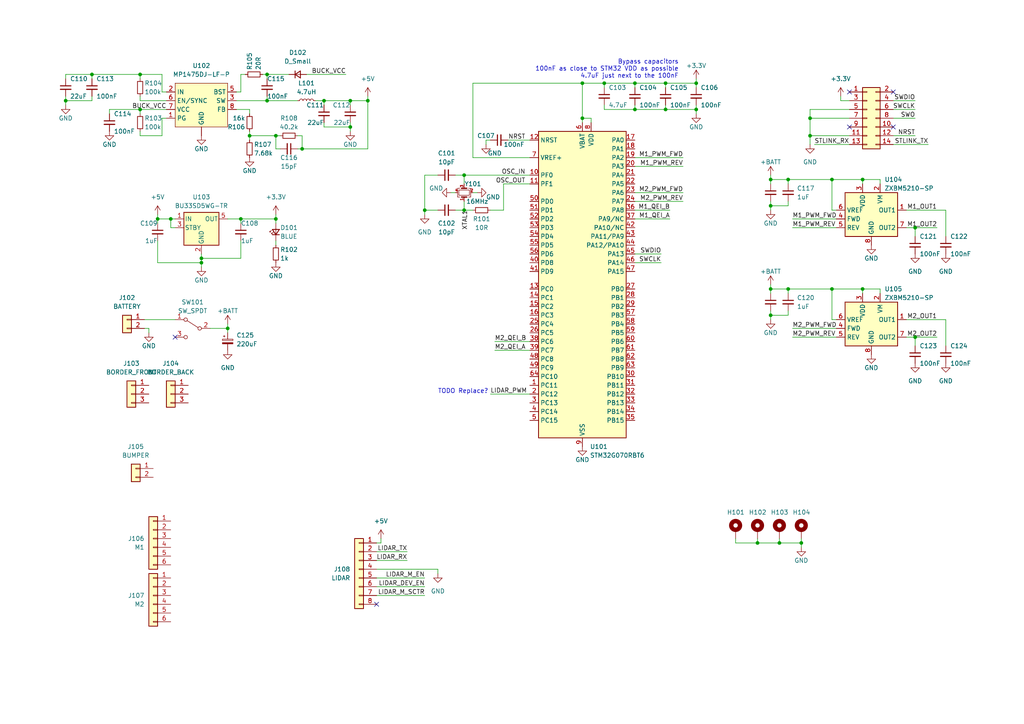
<source format=kicad_sch>
(kicad_sch (version 20230121) (generator eeschema)
  (paper "A4")
  (lib_symbols
    (symbol "Connector_Generic:Conn_01x02" (pin_names (offset 1.016) hide)
      (property "Reference" "J" (at 0 2.54 0))
      (property "Value" "Conn_01x02" (at 0 -5.08 0))
      (symbol "Conn_01x02_1_1"
        (pin passive line (at -5.08 0 0) (length 3.81) (name "Pin_1") (number "1"))
        (pin passive line (at -5.08 -2.54 0) (length 3.81) (name "Pin_2") (number "2"))
      )
    )
    (symbol "Connector_Generic:Conn_01x03" (pin_names (offset 1.016) hide)
      (property "Reference" "J" (at 0 5.08 0))
      (property "Value" "Conn_01x03" (at 0 -5.08 0))
      (symbol "Conn_01x03_1_1"
        (pin passive line (at -5.08 2.54 0) (length 3.81) (name "Pin_1") (number "1"))
        (pin passive line (at -5.08 0 0) (length 3.81) (name "Pin_2") (number "2"))
        (pin passive line (at -5.08 -2.54 0) (length 3.81) (name "Pin_3") (number "3"))
      )
    )
    (symbol "Connector_Generic:Conn_01x06" (pin_names (offset 1.016) hide)
      (property "Reference" "J" (at 0 7.62 0))
      (property "Value" "Conn_01x06" (at 0 -10.16 0))
      (symbol "Conn_01x06_1_1"
        (pin passive line (at -5.08 5.08 0) (length 3.81) (name "Pin_1") (number "1"))
        (pin passive line (at -5.08 2.54 0) (length 3.81) (name "Pin_2") (number "2"))
        (pin passive line (at -5.08 0 0) (length 3.81) (name "Pin_3") (number "3"))
        (pin passive line (at -5.08 -2.54 0) (length 3.81) (name "Pin_4") (number "4"))
        (pin passive line (at -5.08 -5.08 0) (length 3.81) (name "Pin_5") (number "5"))
        (pin passive line (at -5.08 -7.62 0) (length 3.81) (name "Pin_6") (number "6"))
      )
    )
    (symbol "Connector_Generic:Conn_01x08" (pin_names (offset 1.016) hide)
      (property "Reference" "J" (at 0 10.16 0))
      (property "Value" "Conn_01x08" (at 0 -12.7 0))
      (symbol "Conn_01x08_1_1"
        (pin passive line (at -5.08 7.62 0) (length 3.81) (name "Pin_1") (number "1"))
        (pin passive line (at -5.08 5.08 0) (length 3.81) (name "Pin_2") (number "2"))
        (pin passive line (at -5.08 2.54 0) (length 3.81) (name "Pin_3") (number "3"))
        (pin passive line (at -5.08 0 0) (length 3.81) (name "Pin_4") (number "4"))
        (pin passive line (at -5.08 -2.54 0) (length 3.81) (name "Pin_5") (number "5"))
        (pin passive line (at -5.08 -5.08 0) (length 3.81) (name "Pin_6") (number "6"))
        (pin passive line (at -5.08 -7.62 0) (length 3.81) (name "Pin_7") (number "7"))
        (pin passive line (at -5.08 -10.16 0) (length 3.81) (name "Pin_8") (number "8"))
      )
    )
    (symbol "Connector_Generic:Conn_02x07_Odd_Even" (pin_names (offset 1.016) hide)
      (property "Reference" "J" (at 1.27 10.16 0))
      (property "Value" "Conn_02x07_Odd_Even" (at 1.27 -10.16 0))
      (symbol "Conn_02x07_Odd_Even_1_1"
        (pin passive line (at -5.08 7.62 0) (length 3.81) (name "Pin_1") (number "1"))
        (pin passive line (at 7.62 -2.54 180) (length 3.81) (name "Pin_10") (number "10"))
        (pin passive line (at -5.08 -5.08 0) (length 3.81) (name "Pin_11") (number "11"))
        (pin passive line (at 7.62 -5.08 180) (length 3.81) (name "Pin_12") (number "12"))
        (pin passive line (at -5.08 -7.62 0) (length 3.81) (name "Pin_13") (number "13"))
        (pin passive line (at 7.62 -7.62 180) (length 3.81) (name "Pin_14") (number "14"))
        (pin passive line (at 7.62 7.62 180) (length 3.81) (name "Pin_2") (number "2"))
        (pin passive line (at -5.08 5.08 0) (length 3.81) (name "Pin_3") (number "3"))
        (pin passive line (at 7.62 5.08 180) (length 3.81) (name "Pin_4") (number "4"))
        (pin passive line (at -5.08 2.54 0) (length 3.81) (name "Pin_5") (number "5"))
        (pin passive line (at 7.62 2.54 180) (length 3.81) (name "Pin_6") (number "6"))
        (pin passive line (at -5.08 0 0) (length 3.81) (name "Pin_7") (number "7"))
        (pin passive line (at 7.62 0 180) (length 3.81) (name "Pin_8") (number "8"))
        (pin passive line (at -5.08 -2.54 0) (length 3.81) (name "Pin_9") (number "9"))
      )
    )
    (symbol "Device:C_Polarized_Small" (pin_numbers hide) (pin_names (offset 0.254) hide)
      (property "Reference" "C" (at 0.254 1.778 0))
      (property "Value" "C_Polarized_Small" (at 0.254 -2.032 0))
      (symbol "C_Polarized_Small_1_1"
        (pin passive line (at 0 2.54 270) (length 1.8542) (name "~") (number "1"))
        (pin passive line (at 0 -2.54 90) (length 1.8542) (name "~") (number "2"))
      )
    )
    (symbol "Device:C_Small" (pin_numbers hide) (pin_names (offset 0.254) hide)
      (property "Reference" "C" (at 0.254 1.778 0))
      (property "Value" "C_Small" (at 0.254 -2.032 0))
      (symbol "C_Small_1_1"
        (pin passive line (at 0 2.54 270) (length 2.032) (name "~") (number "1"))
        (pin passive line (at 0 -2.54 90) (length 2.032) (name "~") (number "2"))
      )
    )
    (symbol "Device:Crystal_GND24_Small" (pin_names (offset 1.016) hide)
      (property "Reference" "Y" (at 1.27 4.445 0))
      (property "Value" "Crystal_GND24_Small" (at 1.27 2.54 0))
      (symbol "Crystal_GND24_Small_1_1"
        (pin passive line (at -2.54 0 0) (length 1.27) (name "1") (number "1"))
        (pin passive line (at 0 -2.54 90) (length 0.635) (name "2") (number "2"))
        (pin passive line (at 2.54 0 180) (length 1.27) (name "3") (number "3"))
        (pin passive line (at 0 2.54 270) (length 0.635) (name "4") (number "4"))
      )
    )
    (symbol "Device:D_Small" (pin_numbers hide) (pin_names (offset 0.254) hide)
      (property "Reference" "D" (at -1.27 2.032 0))
      (property "Value" "D_Small" (at -3.81 -2.032 0))
      (symbol "D_Small_1_1"
        (pin passive line (at -2.54 0 0) (length 1.778) (name "K") (number "1"))
        (pin passive line (at 2.54 0 180) (length 1.778) (name "A") (number "2"))
      )
    )
    (symbol "Device:LED_Small" (pin_numbers hide) (pin_names (offset 0.254) hide)
      (property "Reference" "D" (at -1.27 3.175 0))
      (property "Value" "LED_Small" (at -4.445 -2.54 0))
      (symbol "LED_Small_1_1"
        (pin passive line (at -2.54 0 0) (length 1.778) (name "K") (number "1"))
        (pin passive line (at 2.54 0 180) (length 1.778) (name "A") (number "2"))
      )
    )
    (symbol "Device:L_Small" (pin_numbers hide) (pin_names (offset 0.254) hide)
      (property "Reference" "L" (at 0.762 1.016 0))
      (property "Value" "L_Small" (at 0.762 -1.016 0))
      (symbol "L_Small_1_1"
        (pin passive line (at 0 2.54 270) (length 0.508) (name "~") (number "1"))
        (pin passive line (at 0 -2.54 90) (length 0.508) (name "~") (number "2"))
      )
    )
    (symbol "Device:R_Small" (pin_numbers hide) (pin_names (offset 0.254) hide)
      (property "Reference" "R" (at 0.762 0.508 0))
      (property "Value" "R_Small" (at 0.762 -1.016 0))
      (symbol "R_Small_1_1"
        (pin passive line (at 0 2.54 270) (length 0.762) (name "~") (number "1"))
        (pin passive line (at 0 -2.54 90) (length 0.762) (name "~") (number "2"))
      )
    )
    (symbol "Driver_Motor:ZXBM5210-SP"
      (property "Reference" "U" (at -7.62 8.89 0))
      (property "Value" "ZXBM5210-SP" (at 10.16 8.89 0))
      (symbol "ZXBM5210-SP_0_0"
        (pin output line (at 10.16 2.54 180) (length 2.54) (name "OUT1") (number "1"))
        (pin power_in line (at 2.54 10.16 270) (length 2.54) (name "VM") (number "2"))
        (pin power_in line (at -2.54 10.16 270) (length 2.54) (name "VDD") (number "3"))
        (pin input line (at -10.16 0 0) (length 2.54) (name "FWD") (number "4"))
        (pin input line (at -10.16 -2.54 0) (length 2.54) (name "REV") (number "5"))
        (pin input line (at -10.16 2.54 0) (length 2.54) (name "VREF") (number "6"))
        (pin output line (at 10.16 -2.54 180) (length 2.54) (name "OUT2") (number "7"))
        (pin power_in line (at 0 -7.62 90) (length 2.54) (name "GND") (number "8"))
        (pin passive line (at 0 -7.62 90) (length 2.54) hide (name "GND") (number "9"))
      )
    )
    (symbol "GND_1" (power) (pin_names (offset 0))
      (property "Value" "GND_1" (at 0 -3.81 0))
      (symbol "GND_1_1_1"
        (pin power_in line (at 0 0 270) (length 0) hide (name "GND") (number "1"))
      )
    )
    (symbol "GND_10" (power) (pin_names (offset 0))
      (property "Value" "GND_10" (at 0 -3.81 0))
      (symbol "GND_10_1_1"
        (pin power_in line (at 0 0 270) (length 0) hide (name "GND") (number "1"))
      )
    )
    (symbol "GND_11" (power) (pin_names (offset 0))
      (property "Value" "GND_11" (at 0 -3.81 0))
      (symbol "GND_11_1_1"
        (pin power_in line (at 0 0 270) (length 0) hide (name "GND") (number "1"))
      )
    )
    (symbol "GND_12" (power) (pin_names (offset 0))
      (property "Value" "GND_12" (at 0 -3.81 0))
      (symbol "GND_12_1_1"
        (pin power_in line (at 0 0 270) (length 0) hide (name "GND") (number "1"))
      )
    )
    (symbol "GND_13" (power) (pin_names (offset 0))
      (property "Value" "GND_13" (at 0 -3.81 0))
      (symbol "GND_13_1_1"
        (pin power_in line (at 0 0 270) (length 0) hide (name "GND") (number "1"))
      )
    )
    (symbol "GND_14" (power) (pin_names (offset 0))
      (property "Value" "GND_14" (at 0 -3.81 0))
      (symbol "GND_14_1_1"
        (pin power_in line (at 0 0 270) (length 0) hide (name "GND") (number "1"))
      )
    )
    (symbol "GND_2" (power) (pin_names (offset 0))
      (property "Value" "GND_2" (at 0 -3.81 0))
      (symbol "GND_2_1_1"
        (pin power_in line (at 0 0 270) (length 0) hide (name "GND") (number "1"))
      )
    )
    (symbol "GND_3" (power) (pin_names (offset 0))
      (property "Value" "GND_3" (at 0 -3.81 0))
      (symbol "GND_3_1_1"
        (pin power_in line (at 0 0 270) (length 0) hide (name "GND") (number "1"))
      )
    )
    (symbol "GND_4" (power) (pin_names (offset 0))
      (property "Value" "GND_4" (at 0 -3.81 0))
      (symbol "GND_4_1_1"
        (pin power_in line (at 0 0 270) (length 0) hide (name "GND") (number "1"))
      )
    )
    (symbol "GND_5" (power) (pin_names (offset 0))
      (property "Value" "GND_5" (at 0 -3.81 0))
      (symbol "GND_5_1_1"
        (pin power_in line (at 0 0 270) (length 0) hide (name "GND") (number "1"))
      )
    )
    (symbol "GND_6" (power) (pin_names (offset 0))
      (property "Value" "GND_6" (at 0 -3.81 0))
      (symbol "GND_6_1_1"
        (pin power_in line (at 0 0 270) (length 0) hide (name "GND") (number "1"))
      )
    )
    (symbol "GND_7" (power) (pin_names (offset 0))
      (property "Value" "GND_7" (at 0 -3.81 0))
      (symbol "GND_7_1_1"
        (pin power_in line (at 0 0 270) (length 0) hide (name "GND") (number "1"))
      )
    )
    (symbol "GND_8" (power) (pin_names (offset 0))
      (property "Value" "GND_8" (at 0 -3.81 0))
      (symbol "GND_8_1_1"
        (pin power_in line (at 0 0 270) (length 0) hide (name "GND") (number "1"))
      )
    )
    (symbol "GND_9" (power) (pin_names (offset 0))
      (property "Value" "GND_9" (at 0 -3.81 0))
      (symbol "GND_9_1_1"
        (pin power_in line (at 0 0 270) (length 0) hide (name "GND") (number "1"))
      )
    )
    (symbol "MCU_ST_STM32G0:STM32G070RBTx"
      (property "Reference" "U" (at -12.7 46.99 0))
      (property "Value" "STM32G070RBTx" (at 5.08 46.99 0))
      (symbol "STM32G070RBTx_1_1"
        (pin bidirectional line (at -15.24 -27.94 0) (length 2.54) (name "PC11") (number "1"))
        (pin bidirectional line (at -15.24 33.02 0) (length 2.54) (name "PF0") (number "10"))
        (pin bidirectional line (at -15.24 30.48 0) (length 2.54) (name "PF1") (number "11"))
        (pin input line (at -15.24 43.18 0) (length 2.54) (name "NRST") (number "12"))
        (pin bidirectional line (at -15.24 0 0) (length 2.54) (name "PC0") (number "13"))
        (pin bidirectional line (at -15.24 -2.54 0) (length 2.54) (name "PC1") (number "14"))
        (pin bidirectional line (at -15.24 -5.08 0) (length 2.54) (name "PC2") (number "15"))
        (pin bidirectional line (at -15.24 -7.62 0) (length 2.54) (name "PC3") (number "16"))
        (pin bidirectional line (at 15.24 43.18 180) (length 2.54) (name "PA0") (number "17"))
        (pin bidirectional line (at 15.24 40.64 180) (length 2.54) (name "PA1") (number "18"))
        (pin bidirectional line (at 15.24 38.1 180) (length 2.54) (name "PA2") (number "19"))
        (pin bidirectional line (at -15.24 -30.48 0) (length 2.54) (name "PC12") (number "2"))
        (pin bidirectional line (at 15.24 35.56 180) (length 2.54) (name "PA3") (number "20"))
        (pin bidirectional line (at 15.24 33.02 180) (length 2.54) (name "PA4") (number "21"))
        (pin bidirectional line (at 15.24 30.48 180) (length 2.54) (name "PA5") (number "22"))
        (pin bidirectional line (at 15.24 27.94 180) (length 2.54) (name "PA6") (number "23"))
        (pin bidirectional line (at 15.24 25.4 180) (length 2.54) (name "PA7") (number "24"))
        (pin bidirectional line (at -15.24 -10.16 0) (length 2.54) (name "PC4") (number "25"))
        (pin bidirectional line (at -15.24 -12.7 0) (length 2.54) (name "PC5") (number "26"))
        (pin bidirectional line (at 15.24 0 180) (length 2.54) (name "PB0") (number "27"))
        (pin bidirectional line (at 15.24 -2.54 180) (length 2.54) (name "PB1") (number "28"))
        (pin bidirectional line (at 15.24 -5.08 180) (length 2.54) (name "PB2") (number "29"))
        (pin bidirectional line (at -15.24 -33.02 0) (length 2.54) (name "PC13") (number "3"))
        (pin bidirectional line (at 15.24 -25.4 180) (length 2.54) (name "PB10") (number "30"))
        (pin bidirectional line (at 15.24 -27.94 180) (length 2.54) (name "PB11") (number "31"))
        (pin bidirectional line (at 15.24 -30.48 180) (length 2.54) (name "PB12") (number "32"))
        (pin bidirectional line (at 15.24 -33.02 180) (length 2.54) (name "PB13") (number "33"))
        (pin bidirectional line (at 15.24 -35.56 180) (length 2.54) (name "PB14") (number "34"))
        (pin bidirectional line (at 15.24 -38.1 180) (length 2.54) (name "PB15") (number "35"))
        (pin bidirectional line (at 15.24 22.86 180) (length 2.54) (name "PA8") (number "36"))
        (pin bidirectional line (at 15.24 20.32 180) (length 2.54) (name "PA9/NC") (number "37"))
        (pin bidirectional line (at -15.24 -15.24 0) (length 2.54) (name "PC6") (number "38"))
        (pin bidirectional line (at -15.24 -17.78 0) (length 2.54) (name "PC7") (number "39"))
        (pin bidirectional line (at -15.24 -35.56 0) (length 2.54) (name "PC14") (number "4"))
        (pin bidirectional line (at -15.24 7.62 0) (length 2.54) (name "PD8") (number "40"))
        (pin bidirectional line (at -15.24 5.08 0) (length 2.54) (name "PD9") (number "41"))
        (pin bidirectional line (at 15.24 17.78 180) (length 2.54) (name "PA10/NC") (number "42"))
        (pin bidirectional line (at 15.24 15.24 180) (length 2.54) (name "PA11/PA9") (number "43"))
        (pin bidirectional line (at 15.24 12.7 180) (length 2.54) (name "PA12/PA10") (number "44"))
        (pin bidirectional line (at 15.24 10.16 180) (length 2.54) (name "PA13") (number "45"))
        (pin bidirectional line (at 15.24 7.62 180) (length 2.54) (name "PA14") (number "46"))
        (pin bidirectional line (at 15.24 5.08 180) (length 2.54) (name "PA15") (number "47"))
        (pin bidirectional line (at -15.24 -20.32 0) (length 2.54) (name "PC8") (number "48"))
        (pin bidirectional line (at -15.24 -22.86 0) (length 2.54) (name "PC9") (number "49"))
        (pin bidirectional line (at -15.24 -38.1 0) (length 2.54) (name "PC15") (number "5"))
        (pin bidirectional line (at -15.24 25.4 0) (length 2.54) (name "PD0") (number "50"))
        (pin bidirectional line (at -15.24 22.86 0) (length 2.54) (name "PD1") (number "51"))
        (pin bidirectional line (at -15.24 20.32 0) (length 2.54) (name "PD2") (number "52"))
        (pin bidirectional line (at -15.24 17.78 0) (length 2.54) (name "PD3") (number "53"))
        (pin bidirectional line (at -15.24 15.24 0) (length 2.54) (name "PD4") (number "54"))
        (pin bidirectional line (at -15.24 12.7 0) (length 2.54) (name "PD5") (number "55"))
        (pin bidirectional line (at -15.24 10.16 0) (length 2.54) (name "PD6") (number "56"))
        (pin bidirectional line (at 15.24 -7.62 180) (length 2.54) (name "PB3") (number "57"))
        (pin bidirectional line (at 15.24 -10.16 180) (length 2.54) (name "PB4") (number "58"))
        (pin bidirectional line (at 15.24 -12.7 180) (length 2.54) (name "PB5") (number "59"))
        (pin power_in line (at 0 48.26 270) (length 2.54) (name "VBAT") (number "6"))
        (pin bidirectional line (at 15.24 -15.24 180) (length 2.54) (name "PB6") (number "60"))
        (pin bidirectional line (at 15.24 -17.78 180) (length 2.54) (name "PB7") (number "61"))
        (pin bidirectional line (at 15.24 -20.32 180) (length 2.54) (name "PB8") (number "62"))
        (pin bidirectional line (at 15.24 -22.86 180) (length 2.54) (name "PB9") (number "63"))
        (pin bidirectional line (at -15.24 -25.4 0) (length 2.54) (name "PC10") (number "64"))
        (pin input line (at -15.24 38.1 0) (length 2.54) (name "VREF+") (number "7"))
        (pin power_in line (at 2.54 48.26 270) (length 2.54) (name "VDD") (number "8"))
        (pin power_in line (at 0 -45.72 90) (length 2.54) (name "VSS") (number "9"))
      )
    )
    (symbol "Mechanical:MountingHole_Pad" (pin_numbers hide) (pin_names (offset 1.016) hide)
      (property "Reference" "H" (at 0 6.35 0))
      (property "Value" "MountingHole_Pad" (at 0 4.445 0))
      (symbol "MountingHole_Pad_1_1"
        (pin input line (at 0 -2.54 90) (length 2.54) (name "1") (number "1"))
      )
    )
    (symbol "Switch:SW_SPDT" (pin_names (offset 0) hide)
      (property "Reference" "SW" (at 0 4.318 0))
      (property "Value" "SW_SPDT" (at 0 -5.08 0))
      (symbol "SW_SPDT_1_1"
        (pin passive line (at 5.08 2.54 180) (length 2.54) (name "A") (number "1"))
        (pin passive line (at -5.08 0 0) (length 2.54) (name "B") (number "2"))
        (pin passive line (at 5.08 -2.54 180) (length 2.54) (name "C") (number "3"))
      )
    )
    (symbol "WITNS_MPS:MP1475"
      (property "Reference" "U" (at 0 11.43 0))
      (property "Value" "MP1475" (at 0 8.89 0))
      (symbol "MP1475_1_1"
        (pin power_in line (at 0 -8.89 90) (length 2.54) (name "GND") (number ""))
        (pin output line (at -10.16 -3.81 0) (length 2.54) (name "PG") (number "1"))
        (pin power_in line (at -10.16 3.81 0) (length 2.54) (name "IN") (number "2"))
        (pin power_out line (at 10.16 1.27 180) (length 2.54) (name "SW") (number "3"))
        (pin passive line (at 10.16 3.81 180) (length 2.54) (name "BST") (number "5"))
        (pin input line (at -10.16 1.27 0) (length 2.54) (name "EN/SYNC") (number "6"))
        (pin input line (at -10.16 -1.27 0) (length 2.54) (name "VCC") (number "7"))
        (pin input line (at 10.16 -1.27 180) (length 2.54) (name "FB") (number "8"))
      )
    )
    (symbol "WITNS_ROHM:BU33SD5WG-TR" (pin_names (offset 0.254))
      (property "Reference" "U?" (at 0 10.16 0))
      (property "Value" "BU33SD5WG-TR" (at 0 7.62 0))
      (symbol "BU33SD5WG-TR_1_1"
        (pin power_in line (at -7.62 2.54 0) (length 2.54) (name "IN") (number "1"))
        (pin power_in line (at 0 -7.62 90) (length 2.54) (name "GND") (number "2"))
        (pin input line (at -7.62 0 0) (length 2.54) (name "STBY") (number "3"))
        (pin no_connect line (at 5.08 0 180) (length 2.54) hide (name "NC") (number "4"))
        (pin power_out line (at 7.62 2.54 180) (length 2.54) (name "OUT") (number "5"))
      )
    )
    (symbol "power:+3.3V" (power) (pin_names (offset 0))
      (property "Value" "+3.3V" (at 0 3.556 0))
      (symbol "+3.3V_1_1"
        (pin power_in line (at 0 0 90) (length 0) hide (name "+3.3V") (number "1"))
      )
    )
    (symbol "power:+5V" (power) (pin_names (offset 0))
      (property "Value" "+5V" (at 0 3.556 0))
      (symbol "+5V_1_1"
        (pin power_in line (at 0 0 90) (length 0) hide (name "+5V") (number "1"))
      )
    )
    (symbol "power:+BATT" (power) (pin_names (offset 0))
      (property "Value" "+BATT" (at 0 3.556 0))
      (symbol "+BATT_1_1"
        (pin power_in line (at 0 0 90) (length 0) hide (name "+BATT") (number "1"))
      )
    )
    (symbol "power:GND" (power) (pin_names (offset 0))
      (property "Value" "GND" (at 0 -3.81 0))
      (symbol "GND_1_1"
        (pin power_in line (at 0 0 270) (length 0) hide (name "GND") (number "1"))
      )
    )
  )
  (junction (at 184.15 31.75))
  (junction (at 80.01 63.5))
  (junction (at 223.52 91.44))
  (junction (at 69.85 63.5))
  (junction (at 45.72 63.5))
  (junction (at 93.98 29.21))
  (junction (at 193.04 31.75))
  (junction (at 72.39 39.37))
  (junction (at 58.42 76.2))
  (junction (at 201.93 24.13))
  (junction (at 193.04 24.13))
  (junction (at 19.05 29.21))
  (junction (at 58.42 74.93))
  (junction (at 49.53 63.5))
  (junction (at 77.47 21.59))
  (junction (at 134.62 60.96))
  (junction (at 219.71 157.48))
  (junction (at 250.19 83.82))
  (junction (at 201.93 31.75))
  (junction (at 241.3 83.82))
  (junction (at 101.6 29.21))
  (junction (at 223.52 52.07))
  (junction (at 40.64 21.59))
  (junction (at 106.68 29.21))
  (junction (at 250.19 52.07))
  (junction (at 234.95 39.37))
  (junction (at 228.6 52.07))
  (junction (at 226.06 157.48))
  (junction (at 223.52 59.69))
  (junction (at 87.63 43.18))
  (junction (at 232.41 157.48))
  (junction (at 40.64 31.75))
  (junction (at 228.6 83.82))
  (junction (at 66.04 95.25))
  (junction (at 134.62 50.8))
  (junction (at 265.43 97.79))
  (junction (at 168.91 24.13))
  (junction (at 184.15 24.13))
  (junction (at 265.43 66.04))
  (junction (at 26.67 21.59))
  (junction (at 241.3 52.07))
  (junction (at 101.6 36.83))
  (junction (at 168.91 34.29))
  (junction (at 77.47 29.21))
  (junction (at 234.95 34.29))
  (junction (at 80.01 39.37))
  (junction (at 223.52 83.82))
  (junction (at 123.19 60.96))
  (junction (at 175.26 24.13))
  (no_connect (at 109.22 175.26))
  (no_connect (at 259.08 26.67))
  (no_connect (at 259.08 36.83))
  (no_connect (at 50.8 97.79))
  (no_connect (at 246.38 36.83))
  (no_connect (at 246.38 26.67))
  (wire (pts (xy 219.71 157.48) (xy 213.36 157.48)))
  (wire (pts (xy 69.85 26.67) (xy 69.85 21.59)))
  (wire (pts (xy 241.3 92.71) (xy 241.3 83.82)))
  (wire (pts (xy 201.93 31.75) (xy 193.04 31.75)))
  (wire (pts (xy 259.08 41.91) (xy 269.24 41.91)))
  (wire (pts (xy 223.52 52.07) (xy 228.6 52.07)))
  (wire (pts (xy 123.19 60.96) (xy 127 60.96)))
  (wire (pts (xy 171.45 34.29) (xy 168.91 34.29)))
  (wire (pts (xy 88.9 21.59) (xy 100.33 21.59)))
  (wire (pts (xy 226.06 157.48) (xy 219.71 157.48)))
  (wire (pts (xy 69.85 74.93) (xy 69.85 69.85)))
  (wire (pts (xy 175.26 24.13) (xy 168.91 24.13)))
  (wire (pts (xy 228.6 83.82) (xy 241.3 83.82)))
  (wire (pts (xy 72.39 39.37) (xy 72.39 40.64)))
  (wire (pts (xy 60.96 95.25) (xy 66.04 95.25)))
  (wire (pts (xy 274.32 100.33) (xy 274.32 92.71)))
  (wire (pts (xy 40.64 31.75) (xy 40.64 33.02)))
  (wire (pts (xy 229.87 95.25) (xy 242.57 95.25)))
  (wire (pts (xy 58.42 76.2) (xy 45.72 76.2)))
  (wire (pts (xy 46.99 21.59) (xy 40.64 21.59)))
  (wire (pts (xy 69.85 63.5) (xy 66.04 63.5)))
  (wire (pts (xy 223.52 59.69) (xy 228.6 59.69)))
  (wire (pts (xy 241.3 83.82) (xy 250.19 83.82)))
  (wire (pts (xy 140.97 40.64) (xy 142.24 40.64)))
  (wire (pts (xy 229.87 97.79) (xy 242.57 97.79)))
  (wire (pts (xy 193.04 24.13) (xy 193.04 25.4)))
  (wire (pts (xy 46.99 39.37) (xy 46.99 34.29)))
  (wire (pts (xy 184.15 24.13) (xy 193.04 24.13)))
  (wire (pts (xy 265.43 97.79) (xy 271.78 97.79)))
  (wire (pts (xy 242.57 60.96) (xy 241.3 60.96)))
  (wire (pts (xy 168.91 34.29) (xy 168.91 35.56)))
  (wire (pts (xy 229.87 63.5) (xy 242.57 63.5)))
  (wire (pts (xy 234.95 39.37) (xy 234.95 41.91)))
  (wire (pts (xy 184.15 24.13) (xy 184.15 25.4)))
  (wire (pts (xy 48.26 31.75) (xy 40.64 31.75)))
  (wire (pts (xy 87.63 43.18) (xy 86.36 43.18)))
  (wire (pts (xy 19.05 29.21) (xy 26.67 29.21)))
  (wire (pts (xy 40.64 39.37) (xy 46.99 39.37)))
  (wire (pts (xy 19.05 27.94) (xy 19.05 29.21)))
  (wire (pts (xy 26.67 21.59) (xy 26.67 22.86)))
  (wire (pts (xy 219.71 157.48) (xy 219.71 156.21)))
  (wire (pts (xy 262.89 66.04) (xy 265.43 66.04)))
  (wire (pts (xy 143.51 101.6) (xy 153.67 101.6)))
  (wire (pts (xy 259.08 34.29) (xy 265.43 34.29)))
  (wire (pts (xy 132.08 50.8) (xy 134.62 50.8)))
  (wire (pts (xy 228.6 59.69) (xy 228.6 58.42)))
  (wire (pts (xy 234.95 31.75) (xy 246.38 31.75)))
  (wire (pts (xy 274.32 68.58) (xy 274.32 60.96)))
  (wire (pts (xy 184.15 60.96) (xy 194.31 60.96)))
  (wire (pts (xy 229.87 66.04) (xy 242.57 66.04)))
  (wire (pts (xy 234.95 39.37) (xy 246.38 39.37)))
  (wire (pts (xy 86.36 39.37) (xy 87.63 39.37)))
  (wire (pts (xy 255.27 52.07) (xy 255.27 53.34)))
  (wire (pts (xy 77.47 21.59) (xy 77.47 22.86)))
  (wire (pts (xy 40.64 29.21) (xy 40.64 27.94)))
  (wire (pts (xy 201.93 22.86) (xy 201.93 24.13)))
  (wire (pts (xy 184.15 76.2) (xy 191.77 76.2)))
  (wire (pts (xy 234.95 34.29) (xy 246.38 34.29)))
  (wire (pts (xy 101.6 29.21) (xy 93.98 29.21)))
  (wire (pts (xy 232.41 156.21) (xy 232.41 157.48)))
  (wire (pts (xy 228.6 91.44) (xy 228.6 90.17)))
  (wire (pts (xy 101.6 30.48) (xy 101.6 29.21)))
  (wire (pts (xy 80.01 69.85) (xy 80.01 71.12)))
  (wire (pts (xy 250.19 83.82) (xy 250.19 85.09)))
  (wire (pts (xy 274.32 92.71) (xy 262.89 92.71)))
  (wire (pts (xy 40.64 21.59) (xy 40.64 22.86)))
  (wire (pts (xy 146.05 53.34) (xy 153.67 53.34)))
  (wire (pts (xy 80.01 43.18) (xy 80.01 39.37)))
  (wire (pts (xy 43.18 95.25) (xy 41.91 95.25)))
  (wire (pts (xy 110.49 157.48) (xy 109.22 157.48)))
  (wire (pts (xy 259.08 31.75) (xy 265.43 31.75)))
  (wire (pts (xy 134.62 53.34) (xy 134.62 50.8)))
  (wire (pts (xy 146.05 53.34) (xy 146.05 60.96)))
  (wire (pts (xy 41.91 92.71) (xy 50.8 92.71)))
  (wire (pts (xy 68.58 29.21) (xy 77.47 29.21)))
  (wire (pts (xy 40.64 31.75) (xy 31.75 31.75)))
  (wire (pts (xy 223.52 52.07) (xy 223.52 53.34)))
  (wire (pts (xy 106.68 29.21) (xy 101.6 29.21)))
  (wire (pts (xy 48.26 29.21) (xy 40.64 29.21)))
  (wire (pts (xy 50.8 63.5) (xy 49.53 63.5)))
  (wire (pts (xy 26.67 29.21) (xy 26.67 27.94)))
  (wire (pts (xy 234.95 34.29) (xy 234.95 39.37)))
  (wire (pts (xy 109.22 167.64) (xy 123.19 167.64)))
  (wire (pts (xy 106.68 43.18) (xy 106.68 29.21)))
  (wire (pts (xy 45.72 62.23) (xy 45.72 63.5)))
  (wire (pts (xy 46.99 26.67) (xy 46.99 21.59)))
  (wire (pts (xy 127 166.37) (xy 127 165.1)))
  (wire (pts (xy 19.05 29.21) (xy 19.05 30.48)))
  (wire (pts (xy 123.19 50.8) (xy 123.19 60.96)))
  (wire (pts (xy 81.28 43.18) (xy 80.01 43.18)))
  (wire (pts (xy 58.42 73.66) (xy 58.42 74.93)))
  (wire (pts (xy 184.15 31.75) (xy 193.04 31.75)))
  (wire (pts (xy 77.47 27.94) (xy 77.47 29.21)))
  (wire (pts (xy 69.85 63.5) (xy 80.01 63.5)))
  (wire (pts (xy 201.93 24.13) (xy 201.93 25.4)))
  (wire (pts (xy 77.47 29.21) (xy 86.36 29.21)))
  (wire (pts (xy 242.57 92.71) (xy 241.3 92.71)))
  (wire (pts (xy 265.43 66.04) (xy 265.43 68.58)))
  (wire (pts (xy 223.52 82.55) (xy 223.52 83.82)))
  (wire (pts (xy 250.19 52.07) (xy 250.19 53.34)))
  (wire (pts (xy 184.15 30.48) (xy 184.15 31.75)))
  (wire (pts (xy 72.39 31.75) (xy 72.39 33.02)))
  (wire (pts (xy 137.16 24.13) (xy 168.91 24.13)))
  (wire (pts (xy 66.04 95.25) (xy 66.04 93.98)))
  (wire (pts (xy 123.19 60.96) (xy 123.19 62.23)))
  (wire (pts (xy 137.16 45.72) (xy 137.16 24.13)))
  (wire (pts (xy 106.68 27.94) (xy 106.68 29.21)))
  (wire (pts (xy 250.19 52.07) (xy 255.27 52.07)))
  (wire (pts (xy 262.89 97.79) (xy 265.43 97.79)))
  (wire (pts (xy 109.22 172.72) (xy 123.19 172.72)))
  (wire (pts (xy 193.04 24.13) (xy 201.93 24.13)))
  (wire (pts (xy 213.36 157.48) (xy 213.36 156.21)))
  (wire (pts (xy 168.91 24.13) (xy 168.91 34.29)))
  (wire (pts (xy 40.64 38.1) (xy 40.64 39.37)))
  (wire (pts (xy 132.08 60.96) (xy 134.62 60.96)))
  (wire (pts (xy 101.6 36.83) (xy 93.98 36.83)))
  (wire (pts (xy 87.63 43.18) (xy 106.68 43.18)))
  (wire (pts (xy 228.6 52.07) (xy 228.6 53.34)))
  (wire (pts (xy 101.6 36.83) (xy 101.6 38.1)))
  (wire (pts (xy 134.62 50.8) (xy 153.67 50.8)))
  (wire (pts (xy 223.52 50.8) (xy 223.52 52.07)))
  (wire (pts (xy 241.3 60.96) (xy 241.3 52.07)))
  (wire (pts (xy 58.42 74.93) (xy 69.85 74.93)))
  (wire (pts (xy 274.32 60.96) (xy 262.89 60.96)))
  (wire (pts (xy 109.22 160.02) (xy 118.11 160.02)))
  (wire (pts (xy 265.43 66.04) (xy 271.78 66.04)))
  (wire (pts (xy 201.93 30.48) (xy 201.93 31.75)))
  (wire (pts (xy 68.58 31.75) (xy 72.39 31.75)))
  (wire (pts (xy 109.22 162.56) (xy 118.11 162.56)))
  (wire (pts (xy 226.06 157.48) (xy 226.06 156.21)))
  (wire (pts (xy 193.04 31.75) (xy 193.04 30.48)))
  (wire (pts (xy 184.15 48.26) (xy 198.12 48.26)))
  (wire (pts (xy 80.01 62.23) (xy 80.01 63.5)))
  (wire (pts (xy 184.15 73.66) (xy 191.77 73.66)))
  (wire (pts (xy 250.19 83.82) (xy 255.27 83.82)))
  (wire (pts (xy 58.42 76.2) (xy 58.42 77.47)))
  (wire (pts (xy 184.15 24.13) (xy 175.26 24.13)))
  (wire (pts (xy 255.27 83.82) (xy 255.27 85.09)))
  (wire (pts (xy 127 50.8) (xy 123.19 50.8)))
  (wire (pts (xy 48.26 26.67) (xy 46.99 26.67)))
  (wire (pts (xy 175.26 30.48) (xy 175.26 31.75)))
  (wire (pts (xy 93.98 36.83) (xy 93.98 35.56)))
  (wire (pts (xy 175.26 31.75) (xy 184.15 31.75)))
  (wire (pts (xy 40.64 21.59) (xy 26.67 21.59)))
  (wire (pts (xy 171.45 35.56) (xy 171.45 34.29)))
  (wire (pts (xy 72.39 38.1) (xy 72.39 39.37)))
  (wire (pts (xy 109.22 165.1) (xy 127 165.1)))
  (wire (pts (xy 153.67 45.72) (xy 137.16 45.72)))
  (wire (pts (xy 19.05 21.59) (xy 19.05 22.86)))
  (wire (pts (xy 87.63 39.37) (xy 87.63 43.18)))
  (wire (pts (xy 45.72 63.5) (xy 45.72 64.77)))
  (wire (pts (xy 184.15 45.72) (xy 198.12 45.72)))
  (wire (pts (xy 130.81 55.88) (xy 132.08 55.88)))
  (wire (pts (xy 49.53 63.5) (xy 45.72 63.5)))
  (wire (pts (xy 101.6 35.56) (xy 101.6 36.83)))
  (wire (pts (xy 228.6 83.82) (xy 228.6 85.09)))
  (wire (pts (xy 241.3 52.07) (xy 250.19 52.07)))
  (wire (pts (xy 223.52 90.17) (xy 223.52 91.44)))
  (wire (pts (xy 140.97 41.91) (xy 140.97 40.64)))
  (wire (pts (xy 223.52 91.44) (xy 223.52 92.71)))
  (wire (pts (xy 175.26 25.4) (xy 175.26 24.13)))
  (wire (pts (xy 43.18 96.52) (xy 43.18 95.25)))
  (wire (pts (xy 58.42 74.93) (xy 58.42 76.2)))
  (wire (pts (xy 80.01 63.5) (xy 80.01 64.77)))
  (wire (pts (xy 68.58 26.67) (xy 69.85 26.67)))
  (wire (pts (xy 142.24 60.96) (xy 146.05 60.96)))
  (wire (pts (xy 184.15 55.88) (xy 198.12 55.88)))
  (wire (pts (xy 236.22 41.91) (xy 246.38 41.91)))
  (wire (pts (xy 46.99 34.29) (xy 48.26 34.29)))
  (wire (pts (xy 232.41 157.48) (xy 232.41 158.75)))
  (wire (pts (xy 134.62 58.42) (xy 134.62 60.96)))
  (wire (pts (xy 223.52 83.82) (xy 223.52 85.09)))
  (wire (pts (xy 259.08 29.21) (xy 265.43 29.21)))
  (wire (pts (xy 232.41 157.48) (xy 226.06 157.48)))
  (wire (pts (xy 223.52 91.44) (xy 228.6 91.44)))
  (wire (pts (xy 143.51 99.06) (xy 153.67 99.06)))
  (wire (pts (xy 137.16 55.88) (xy 138.43 55.88)))
  (wire (pts (xy 91.44 29.21) (xy 93.98 29.21)))
  (wire (pts (xy 109.22 170.18) (xy 123.19 170.18)))
  (wire (pts (xy 259.08 39.37) (xy 265.43 39.37)))
  (wire (pts (xy 77.47 21.59) (xy 83.82 21.59)))
  (wire (pts (xy 72.39 39.37) (xy 80.01 39.37)))
  (wire (pts (xy 265.43 97.79) (xy 265.43 100.33)))
  (wire (pts (xy 80.01 39.37) (xy 81.28 39.37)))
  (wire (pts (xy 142.24 114.3) (xy 153.67 114.3)))
  (wire (pts (xy 66.04 95.25) (xy 66.04 96.52)))
  (wire (pts (xy 184.15 58.42) (xy 198.12 58.42)))
  (wire (pts (xy 31.75 31.75) (xy 31.75 33.02)))
  (wire (pts (xy 134.62 60.96) (xy 137.16 60.96)))
  (wire (pts (xy 49.53 66.04) (xy 50.8 66.04)))
  (wire (pts (xy 234.95 31.75) (xy 234.95 34.29)))
  (wire (pts (xy 223.52 58.42) (xy 223.52 59.69)))
  (wire (pts (xy 49.53 63.5) (xy 49.53 66.04)))
  (wire (pts (xy 76.2 21.59) (xy 77.47 21.59)))
  (wire (pts (xy 110.49 156.21) (xy 110.49 157.48)))
  (wire (pts (xy 243.84 29.21) (xy 246.38 29.21)))
  (wire (pts (xy 243.84 27.94) (xy 243.84 29.21)))
  (wire (pts (xy 69.85 64.77) (xy 69.85 63.5)))
  (wire (pts (xy 201.93 31.75) (xy 201.93 33.02)))
  (wire (pts (xy 223.52 83.82) (xy 228.6 83.82)))
  (wire (pts (xy 147.32 40.64) (xy 153.67 40.64)))
  (wire (pts (xy 228.6 52.07) (xy 241.3 52.07)))
  (wire (pts (xy 26.67 21.59) (xy 19.05 21.59)))
  (wire (pts (xy 69.85 21.59) (xy 71.12 21.59)))
  (wire (pts (xy 45.72 76.2) (xy 45.72 69.85)))
  (wire (pts (xy 93.98 29.21) (xy 93.98 30.48)))
  (wire (pts (xy 184.15 63.5) (xy 194.31 63.5)))
  (wire (pts (xy 223.52 59.69) (xy 223.52 60.96)))
  (text "Bypass capacitors\n100nF as close to STM32 VDD as possible\n4.7uF just next to the 100nF" (at 196.85 22.86 0) (effects (font (size 1.27 1.27)) (justify right bottom)))
  (text "TODO Replace?" (at 127 114.3 0) (effects (font (size 1.27 1.27)) (justify left bottom)))
  (label "M2_PWM_FWD" (at 198.12 55.88 180))
  (label "LIDAR_M_EN" (at 123.19 167.64 180))
  (label "M1_PWM_REV" (at 229.87 66.04 0))
  (label "M1_OUT2" (at 271.78 66.04 180))
  (label "NRST" (at 265.43 39.37 180))
  (label "XTAL1" (at 135.89 60.96 270))
  (label "M2_OUT1" (at 271.78 92.71 180))
  (label "M2_PWM_FWD" (at 229.87 95.25 0))
  (label "LIDAR_M_SCTR" (at 123.19 172.72 180))
  (label "OSC_OUT" (at 152.4 53.34 180))
  (label "BUCK_VCC" (at 48.26 31.75 180))
  (label "M2_OUT2" (at 271.78 97.79 180))
  (label "NRST" (at 152.4 40.64 180))
  (label "SWDIO" (at 265.43 29.21 180))
  (label "SWO" (at 265.43 34.29 180))
  (label "M2_PWM_REV" (at 229.87 97.79 0))
  (label "M1_QEI_A" (at 194.31 63.5 180))
  (label "M2_PWM_REV" (at 198.12 58.42 180))
  (label "SWCLK" (at 265.43 31.75 180))
  (label "LIDAR_RX" (at 118.11 162.56 180))
  (label "STLINK_TX" (at 269.24 41.91 180))
  (label "LIDAR_PWM" (at 142.24 114.3 0))
  (label "M1_PWM_FWD" (at 198.12 45.72 180))
  (label "M2_QEI_A" (at 143.51 101.6 0))
  (label "LIDAR_DEV_EN" (at 123.19 170.18 180))
  (label "SWCLK" (at 191.77 76.2 180))
  (label "M1_PWM_REV" (at 198.12 48.26 180))
  (label "M1_OUT1" (at 271.78 60.96 180))
  (label "OSC_IN" (at 152.4 50.8 180))
  (label "BUCK_VCC" (at 100.33 21.59 180))
  (label "M2_QEI_B" (at 143.51 99.06 0))
  (label "M1_PWM_FWD" (at 229.87 63.5 0))
  (label "M1_QEI_B" (at 194.31 60.96 180))
  (label "LIDAR_TX" (at 118.11 160.02 180))
  (label "SWDIO" (at 191.77 73.66 180))
  (label "STLINK_RX" (at 236.22 41.91 0))
  (symbol (lib_id "Device:C_Small") (at 129.54 50.8 90) (unit 1)
    (property "Reference" "C101" (at 129.5463 44.45 90))
    (property "Value" "10pF" (at 129.5463 46.99 90))
    (property "Footprint" "Capacitor_SMD:C_0603_1608Metric" (effects hide))
  )
  (symbol (lib_id "Connector_Generic:Conn_01x08") (at 104.14 165.1 0) (mirror y) (unit 1)
    (property "Reference" "J108" (at 101.6 165.1 0) (effects (justify left)))
    (property "Value" "LIDAR" (at 101.6 167.64 0) (effects (justify left)))
    (property "Footprint" "Connector_JST:JST_XH_S8B-XH-A_1x08_P2.50mm_Horizontal" (effects hide))
  )
  (symbol (lib_name "GND_6") (lib_id "power:GND") (at 58.42 39.37 0) (unit 1)
    (property "Reference" "#PWR0114" (effects hide))
    (property "Value" "GND" (at 58.42 43.18 0))
  )
  (symbol (lib_name "GND_3") (lib_id "power:GND") (at 140.97 41.91 0) (unit 1)
    (property "Reference" "#PWR0107" (effects hide))
    (property "Value" "GND" (at 143.51 44.45 0))
  )
  (symbol (lib_id "Device:C_Small") (at 228.6 55.88 0) (unit 1)
    (property "Reference" "C117" (at 231.14 54.6162 0) (effects (justify left)))
    (property "Value" "1uF" (at 231.14 57.1562 0) (effects (justify left)))
    (property "Footprint" "Capacitor_SMD:C_0603_1608Metric" (effects hide))
  )
  (symbol (lib_id "Device:R_Small") (at 72.39 35.56 180) (unit 1)
    (property "Reference" "R106" (at 71.12 36.83 0) (effects (justify left)))
    (property "Value" "16k" (at 71.12 34.29 0) (effects (justify left)))
    (property "Footprint" "Resistor_SMD:R_0603_1608Metric" (effects hide))
  )
  (symbol (lib_id "power:GND") (at 274.32 105.41 0) (unit 1)
    (property "Reference" "#PWR0129" (effects hide))
    (property "Value" "GND" (at 274.32 110.49 0))
  )
  (symbol (lib_id "Device:R_Small") (at 139.7 60.96 90) (unit 1)
    (property "Reference" "R101" (at 139.7 63.5 90))
    (property "Value" "10R" (at 139.7 66.04 90))
    (property "Footprint" "Resistor_SMD:R_0603_1608Metric" (effects hide))
  )
  (symbol (lib_id "Device:C_Small") (at 69.85 67.31 0) (unit 1)
    (property "Reference" "C108" (at 69.85 64.77 0) (effects (justify left)))
    (property "Value" "1uF" (at 69.85 69.85 0) (effects (justify left)))
    (property "Footprint" "Capacitor_SMD:C_0603_1608Metric" (effects hide))
  )
  (symbol (lib_name "GND_2") (lib_id "power:GND") (at 201.93 33.02 0) (unit 1)
    (property "Reference" "#PWR0105" (effects hide))
    (property "Value" "GND" (at 201.93 36.83 0))
  )
  (symbol (lib_id "power:+3.3V") (at 243.84 27.94 0) (unit 1)
    (property "Reference" "#PWR0121" (effects hide))
    (property "Value" "+3.3V" (at 243.84 22.86 0))
  )
  (symbol (lib_id "WITNS_MPS:MP1475") (at 58.42 30.48 0) (unit 1)
    (property "Reference" "U102" (at 58.42 19.05 0))
    (property "Value" "MP1475DJ-LF-P" (at 58.42 21.59 0))
    (property "Footprint" "Package_TO_SOT_SMD:TSOT-23-8" (effects hide))
    (property "Datasheet" "https://www.monolithicpower.com/en/documentview/productdocument/index/version/2/document_type/Datasheet/lang/en/sku/MP1475/document_id/342/" (effects hide))
  )
  (symbol (lib_id "Device:C_Small") (at 228.6 87.63 0) (unit 1)
    (property "Reference" "C120" (at 231.14 86.3662 0) (effects (justify left)))
    (property "Value" "1uF" (at 231.14 88.9062 0) (effects (justify left)))
    (property "Footprint" "Capacitor_SMD:C_0603_1608Metric" (effects hide))
  )
  (symbol (lib_id "Mechanical:MountingHole_Pad") (at 219.71 153.67 0) (unit 1)
    (property "Reference" "H102" (at 217.17 148.59 0) (effects (justify left)))
    (property "Value" "MountingHole_Pad" (effects hide))
    (property "Footprint" "MountingHole:MountingHole_3.2mm_M3_Pad_Via" (effects hide))
  )
  (symbol (lib_id "power:GND") (at 123.19 62.23 0) (unit 1)
    (property "Reference" "#PWR0101" (effects hide))
    (property "Value" "GND" (at 123.19 67.31 0))
  )
  (symbol (lib_id "power:GND") (at 265.43 73.66 0) (unit 1)
    (property "Reference" "#PWR0126" (effects hide))
    (property "Value" "GND" (at 265.43 78.74 0))
  )
  (symbol (lib_id "Device:C_Small") (at 184.15 27.94 0) (unit 1)
    (property "Reference" "C104" (at 185.42 25.4 0) (effects (justify left)))
    (property "Value" "100nF" (at 185.42 30.48 0) (effects (justify left)))
    (property "Footprint" "Capacitor_SMD:C_0603_1608Metric" (effects hide))
  )
  (symbol (lib_id "Device:Crystal_GND24_Small") (at 134.62 55.88 90) (unit 1)
    (property "Reference" "Y101" (at 137.16 53.34 90))
    (property "Value" "16MHz" (at 138.43 58.42 90))
    (property "Footprint" "Crystal:Crystal_SMD_EuroQuartz_MT-4Pin_3.2x2.5mm" (effects hide))
    (property "Farnell" "2853935" (effects hide))
  )
  (symbol (lib_id "power:+3.3V") (at 80.01 62.23 0) (unit 1)
    (property "Reference" "#PWR0112" (effects hide))
    (property "Value" "+3.3V" (at 80.01 57.15 0))
  )
  (symbol (lib_id "Device:C_Small") (at 45.72 67.31 0) (mirror y) (unit 1)
    (property "Reference" "C109" (at 45.72 64.77 0) (effects (justify left)))
    (property "Value" "1uF" (at 45.72 69.85 0) (effects (justify left)))
    (property "Footprint" "Capacitor_SMD:C_0603_1608Metric" (effects hide))
  )
  (symbol (lib_name "GND_6") (lib_id "power:GND") (at 31.75 38.1 0) (unit 1)
    (property "Reference" "#PWR0115" (effects hide))
    (property "Value" "GND" (at 31.75 41.91 0))
  )
  (symbol (lib_id "power:+BATT") (at 223.52 50.8 0) (unit 1)
    (property "Reference" "#PWR0122" (effects hide))
    (property "Value" "+BATT" (at 223.52 46.99 0))
  )
  (symbol (lib_id "power:+3.3V") (at 201.93 22.86 0) (unit 1)
    (property "Reference" "#PWR0106" (effects hide))
    (property "Value" "+3.3V" (at 201.93 19.05 0))
  )
  (symbol (lib_name "GND_11") (lib_id "power:GND") (at 127 166.37 0) (unit 1)
    (property "Reference" "#PWR0131" (effects hide))
    (property "Value" "GND" (at 127 171.45 0))
  )
  (symbol (lib_name "GND_13") (lib_id "power:GND") (at 66.04 101.6 0) (unit 1)
    (property "Reference" "#PWR0134" (effects hide))
    (property "Value" "GND" (at 66.04 106.68 0))
  )
  (symbol (lib_id "Mechanical:MountingHole_Pad") (at 226.06 153.67 0) (unit 1)
    (property "Reference" "H103" (at 223.52 148.59 0) (effects (justify left)))
    (property "Value" "MountingHole_Pad" (effects hide))
    (property "Footprint" "MountingHole:MountingHole_3.2mm_M3_Pad_Via" (effects hide))
  )
  (symbol (lib_id "Device:C_Small") (at 265.43 102.87 0) (mirror y) (unit 1)
    (property "Reference" "C123" (at 266.7 100.33 0) (effects (justify right)))
    (property "Value" "100nF" (at 266.7 105.41 0) (effects (justify right)))
    (property "Footprint" "Capacitor_SMD:C_0603_1608Metric" (effects hide))
  )
  (symbol (lib_id "Device:R_Small") (at 73.66 21.59 90) (unit 1)
    (property "Reference" "R105" (at 72.39 20.32 0) (effects (justify left)))
    (property "Value" "20R" (at 74.93 20.32 0) (effects (justify left)))
    (property "Footprint" "Resistor_SMD:R_0603_1608Metric" (effects hide))
  )
  (symbol (lib_id "Connector_Generic:Conn_02x07_Odd_Even") (at 251.46 34.29 0) (unit 1)
    (property "Reference" "J101" (at 252.73 20.32 0))
    (property "Value" "SWD" (at 252.73 22.86 0))
    (property "Footprint" "Connector_PinHeader_1.27mm:PinHeader_2x07_P1.27mm_Vertical_SMD" (effects hide))
    (property "Farnell" "3226055" (effects hide))
    (property "Footprint" "Connector_PinHeader_1.27mm:PinHeader_2x07_P1.27mm_Vertical_SMD" (effects hide))
    (property "Reference" "J101" (effects hide))
    (property "Value" "Conn_02x07_Odd_Even" (effects hide))
  )
  (symbol (lib_id "Device:C_Small") (at 265.43 71.12 0) (mirror y) (unit 1)
    (property "Reference" "C121" (at 266.7 68.58 0) (effects (justify right)))
    (property "Value" "100nF" (at 266.7 73.66 0) (effects (justify right)))
    (property "Footprint" "Capacitor_SMD:C_0603_1608Metric" (effects hide))
  )
  (symbol (lib_id "Device:C_Small") (at 201.93 27.94 0) (unit 1)
    (property "Reference" "C106" (at 203.2 25.4 0) (effects (justify left)))
    (property "Value" "100nF" (at 203.2 30.48 0) (effects (justify left)))
    (property "Footprint" "Capacitor_SMD:C_0603_1608Metric" (effects hide))
  )
  (symbol (lib_id "Device:C_Small") (at 144.78 40.64 90) (unit 1)
    (property "Reference" "C107" (at 143.51 39.37 90) (effects (justify left)))
    (property "Value" "100nF" (at 146.05 41.91 90) (effects (justify right)))
    (property "Footprint" "Capacitor_SMD:C_0603_1608Metric" (effects hide))
  )
  (symbol (lib_id "Device:C_Small") (at 101.6 33.02 0) (mirror y) (unit 1)
    (property "Reference" "C112" (at 101.6 30.48 0) (effects (justify left)))
    (property "Value" "22uF" (at 101.6 35.56 0) (effects (justify left)))
    (property "Footprint" "Capacitor_SMD:C_0805_2012Metric" (effects hide))
  )
  (symbol (lib_id "Device:C_Small") (at 274.32 102.87 0) (mirror y) (unit 1)
    (property "Reference" "C124" (at 275.59 100.33 0) (effects (justify right)))
    (property "Value" "100nF" (at 275.59 105.41 0) (effects (justify right)))
    (property "Footprint" "Capacitor_SMD:C_0603_1608Metric" (effects hide))
  )
  (symbol (lib_id "Switch:SW_SPDT") (at 55.88 95.25 0) (mirror y) (unit 1)
    (property "Reference" "SW101" (at 55.88 87.63 0))
    (property "Value" "SW_SPDT" (at 55.88 90.17 0))
    (property "Footprint" "472121020421:Toggle_Switch" (effects hide))
  )
  (symbol (lib_id "power:GND") (at 234.95 41.91 0) (unit 1)
    (property "Reference" "#PWR0120" (effects hide))
    (property "Value" "GND" (at 234.95 46.99 0))
  )
  (symbol (lib_id "Mechanical:MountingHole_Pad") (at 232.41 153.67 0) (unit 1)
    (property "Reference" "H104" (at 229.87 148.59 0) (effects (justify left)))
    (property "Value" "MountingHole_Pad" (effects hide))
    (property "Footprint" "MountingHole:MountingHole_3.2mm_M3_Pad_Via" (effects hide))
  )
  (symbol (lib_id "power:GND") (at 130.81 55.88 270) (unit 1)
    (property "Reference" "#PWR0102" (effects hide))
    (property "Value" "GND" (at 124.46 54.61 90) (effects (justify left)))
  )
  (symbol (lib_id "Device:C_Small") (at 93.98 33.02 0) (mirror y) (unit 1)
    (property "Reference" "C111" (at 93.98 30.48 0) (effects (justify left)))
    (property "Value" "22uF" (at 93.98 35.56 0) (effects (justify left)))
    (property "Footprint" "Capacitor_SMD:C_0805_2012Metric" (effects hide))
  )
  (symbol (lib_id "MCU_ST_STM32G0:STM32G070RBTx") (at 168.91 83.82 0) (unit 1)
    (property "Reference" "U101" (at 171.1041 129.54 0) (effects (justify left)))
    (property "Value" "STM32G070RBT6" (at 171.1041 132.08 0) (effects (justify left)))
    (property "Footprint" "Package_QFP:LQFP-64_10x10mm_P0.5mm" (effects hide))
    (property "Datasheet" "https://www.st.com/resource/en/datasheet/stm32g070rb.pdf" (effects hide))
  )
  (symbol (lib_id "Mechanical:MountingHole_Pad") (at 213.36 153.67 0) (unit 1)
    (property "Reference" "H101" (at 210.82 148.59 0) (effects (justify left)))
    (property "Value" "MountingHole_Pad" (effects hide))
    (property "Footprint" "MountingHole:MountingHole_3.2mm_M3_Pad_Via" (effects hide))
  )
  (symbol (lib_id "Connector_Generic:Conn_01x06") (at 44.45 172.72 0) (mirror y) (unit 1)
    (property "Reference" "J107" (at 41.91 172.72 0) (effects (justify left)))
    (property "Value" "M2" (at 41.91 175.26 0) (effects (justify left)))
    (property "Footprint" "Connector_JST:JST_XH_S6B-XH-A_1x06_P2.50mm_Horizontal" (effects hide))
  )
  (symbol (lib_id "Device:C_Small") (at 223.52 55.88 0) (mirror y) (unit 1)
    (property "Reference" "C118" (at 220.98 54.6162 0) (effects (justify left)))
    (property "Value" "10uF" (at 220.98 57.1562 0) (effects (justify left)))
    (property "Footprint" "Capacitor_SMD:C_0603_1608Metric" (effects hide))
    (property "Farnell" "2113070" (effects hide))
    (property "Footprint" "Capacitor_SMD:C_0603_1608Metric_Pad1.08x0.95mm_HandSolder" (effects hide))
    (property "Reference" "C118" (effects hide))
    (property "Value" "10uF" (effects hide))
  )
  (symbol (lib_name "GND_4") (lib_id "power:GND") (at 58.42 77.47 0) (unit 1)
    (property "Reference" "#PWR0110" (effects hide))
    (property "Value" "GND" (at 58.42 81.28 0))
  )
  (symbol (lib_id "Device:C_Small") (at 19.05 25.4 0) (unit 1)
    (property "Reference" "C110" (at 20.32 22.86 0) (effects (justify left)))
    (property "Value" "22uF" (at 20.32 27.94 0) (effects (justify left)))
    (property "Footprint" "Capacitor_SMD:C_0805_2012Metric" (effects hide))
  )
  (symbol (lib_id "Connector_Generic:Conn_01x02") (at 39.37 135.89 0) (mirror y) (unit 1)
    (property "Reference" "J105" (at 39.37 129.54 0))
    (property "Value" "BUMPER" (at 39.37 132.08 0))
    (property "Footprint" "Connector_JST:JST_XH_S2B-XH-A_1x02_P2.50mm_Horizontal" (effects hide))
  )
  (symbol (lib_id "Device:C_Polarized_Small") (at 66.04 99.06 0) (unit 1)
    (property "Reference" "C125" (at 68.58 97.2439 0) (effects (justify left)))
    (property "Value" "220uF" (at 68.58 99.7839 0) (effects (justify left)))
    (property "Footprint" "Capacitor_SMD:CP_Elec_8x10.5" (effects hide))
    (property "Wurth" "865060453007" (effects hide))
  )
  (symbol (lib_id "power:+5V") (at 106.68 27.94 0) (unit 1)
    (property "Reference" "#PWR0118" (effects hide))
    (property "Value" "+5V" (at 106.68 22.86 0))
  )
  (symbol (lib_name "GND_9") (lib_id "power:GND") (at 72.39 45.72 0) (unit 1)
    (property "Reference" "#PWR0119" (effects hide))
    (property "Value" "GND" (at 72.39 49.53 0))
  )
  (symbol (lib_name "GND_12") (lib_id "power:GND") (at 43.18 96.52 0) (unit 1)
    (property "Reference" "#PWR0133" (effects hide))
    (property "Value" "GND" (at 43.18 100.33 0))
  )
  (symbol (lib_id "Device:R_Small") (at 80.01 73.66 0) (unit 1)
    (property "Reference" "R102" (at 81.28 72.39 0) (effects (justify left)))
    (property "Value" "1k" (at 81.28 74.93 0) (effects (justify left)))
    (property "Footprint" "Resistor_SMD:R_0603_1608Metric" (effects hide))
  )
  (symbol (lib_id "Driver_Motor:ZXBM5210-SP") (at 252.73 95.25 0) (unit 1)
    (property "Reference" "U105" (at 256.54 83.82 0) (effects (justify left)))
    (property "Value" "ZXBM5210-SP" (at 256.54 86.36 0) (effects (justify left)))
    (property "Footprint" "Package_SO:Diodes_SO-8EP" (effects hide))
    (property "Datasheet" "https://www.diodes.com/assets/Datasheets/ZXBM5210.pdf" (effects hide))
  )
  (symbol (lib_id "Device:L_Small") (at 88.9 29.21 90) (unit 1)
    (property "Reference" "L101" (at 88.9 24.13 90))
    (property "Value" "4.7uH" (at 88.9 26.67 90))
    (property "Footprint" "Inductor_SMD:L_1008_2520Metric" (effects hide))
    (property "Farnell" "2530076" (effects hide))
  )
  (symbol (lib_id "power:GND") (at 274.32 73.66 0) (unit 1)
    (property "Reference" "#PWR0127" (effects hide))
    (property "Value" "GND" (at 274.32 78.74 0))
  )
  (symbol (lib_id "Device:C_Small") (at 223.52 87.63 0) (mirror y) (unit 1)
    (property "Reference" "C119" (at 220.98 86.3662 0) (effects (justify left)))
    (property "Value" "10uF" (at 220.98 88.9062 0) (effects (justify left)))
    (property "Footprint" "Capacitor_SMD:C_0603_1608Metric" (effects hide))
    (property "Farnell" "2113070" (effects hide))
    (property "Footprint" "Capacitor_SMD:C_0603_1608Metric_Pad1.08x0.95mm_HandSolder" (effects hide))
    (property "Reference" "C119" (effects hide))
    (property "Value" "10uF" (effects hide))
  )
  (symbol (lib_id "Device:C_Small") (at 193.04 27.94 0) (unit 1)
    (property "Reference" "C105" (at 194.31 25.4 0) (effects (justify left)))
    (property "Value" "100nF" (at 194.31 30.48 0) (effects (justify left)))
    (property "Footprint" "Capacitor_SMD:C_0603_1608Metric" (effects hide))
  )
  (symbol (lib_id "power:+BATT") (at 66.04 93.98 0) (unit 1)
    (property "Reference" "#PWR0132" (effects hide))
    (property "Value" "+BATT" (at 66.04 90.17 0))
  )
  (symbol (lib_id "Connector_Generic:Conn_01x06") (at 44.45 156.21 0) (mirror y) (unit 1)
    (property "Reference" "J106" (at 41.91 156.21 0) (effects (justify left)))
    (property "Value" "M1" (at 41.91 158.75 0) (effects (justify left)))
    (property "Footprint" "Connector_JST:JST_XH_S6B-XH-A_1x06_P2.50mm_Horizontal" (effects hide))
  )
  (symbol (lib_name "GND_5") (lib_id "power:GND") (at 80.01 76.2 0) (unit 1)
    (property "Reference" "#PWR0113" (effects hide))
    (property "Value" "GND" (at 80.01 80.01 0))
  )
  (symbol (lib_id "power:GND") (at 265.43 105.41 0) (unit 1)
    (property "Reference" "#PWR0128" (effects hide))
    (property "Value" "GND" (at 265.43 110.49 0))
  )
  (symbol (lib_id "power:GND") (at 138.43 55.88 90) (unit 1)
    (property "Reference" "#PWR0103" (effects hide))
    (property "Value" "GND" (at 140.97 57.15 90) (effects (justify right)))
  )
  (symbol (lib_id "Driver_Motor:ZXBM5210-SP") (at 252.73 63.5 0) (unit 1)
    (property "Reference" "U104" (at 256.54 52.07 0) (effects (justify left)))
    (property "Value" "ZXBM5210-SP" (at 256.54 54.61 0) (effects (justify left)))
    (property "Footprint" "Package_SO:Diodes_SO-8EP" (effects hide))
    (property "Datasheet" "https://www.diodes.com/assets/Datasheets/ZXBM5210.pdf" (effects hide))
  )
  (symbol (lib_name "GND_1") (lib_id "power:GND") (at 168.91 129.54 0) (unit 1)
    (property "Reference" "#PWR0104" (effects hide))
    (property "Value" "GND" (at 168.91 133.35 0))
  )
  (symbol (lib_id "Device:R_Small") (at 72.39 43.18 0) (unit 1)
    (property "Reference" "R107" (at 73.66 41.91 0) (effects (justify left)))
    (property "Value" "7.68k" (at 73.66 44.45 0) (effects (justify left)))
    (property "Footprint" "Resistor_SMD:R_0603_1608Metric" (effects hide))
  )
  (symbol (lib_id "Device:R_Small") (at 40.64 35.56 0) (unit 1)
    (property "Reference" "R103" (at 41.91 34.29 0) (effects (justify left)))
    (property "Value" "100k" (at 41.91 36.83 0) (effects (justify left)))
    (property "Footprint" "Resistor_SMD:R_0603_1608Metric" (effects hide))
  )
  (symbol (lib_id "WITNS_ROHM:BU33SD5WG-TR") (at 58.42 66.04 0) (unit 1)
    (property "Reference" "U103" (at 58.42 57.15 0))
    (property "Value" "BU33SD5WG-TR" (at 58.42 59.69 0))
    (property "Footprint" "Package_TO_SOT_SMD:SOT-23-5" (effects hide))
    (property "Datasheet" "https://fscdn.rohm.com/en/products/databook/datasheet/ic/power/linear_regulator/buxxsd5wg-e.pdf" (effects hide))
  )
  (symbol (lib_id "Device:C_Small") (at 77.47 25.4 0) (unit 1)
    (property "Reference" "C115" (at 77.47 22.86 0) (effects (justify left)))
    (property "Value" "100nF" (at 77.47 27.94 0) (effects (justify left)))
    (property "Footprint" "Capacitor_SMD:C_0603_1608Metric" (effects hide))
  )
  (symbol (lib_name "GND_1") (lib_id "power:GND") (at 252.73 102.87 0) (unit 1)
    (property "Reference" "#PWR0125" (effects hide))
    (property "Value" "GND" (at 252.73 106.68 0))
  )
  (symbol (lib_name "GND_10") (lib_id "power:GND") (at 223.52 60.96 0) (unit 1)
    (property "Reference" "#PWR0124" (effects hide))
    (property "Value" "GND" (at 223.52 64.77 0))
  )
  (symbol (lib_id "Device:C_Small") (at 274.32 71.12 0) (mirror y) (unit 1)
    (property "Reference" "C122" (at 275.59 68.58 0) (effects (justify right)))
    (property "Value" "100nF" (at 275.59 73.66 0) (effects (justify right)))
    (property "Footprint" "Capacitor_SMD:C_0603_1608Metric" (effects hide))
  )
  (symbol (lib_id "Device:R_Small") (at 83.82 39.37 90) (unit 1)
    (property "Reference" "R108" (at 83.82 34.29 90))
    (property "Value" "40.2k" (at 83.82 36.83 90))
    (property "Footprint" "Resistor_SMD:R_0603_1608Metric" (effects hide))
  )
  (symbol (lib_name "GND_8") (lib_id "power:GND") (at 101.6 38.1 0) (unit 1)
    (property "Reference" "#PWR0117" (effects hide))
    (property "Value" "GND" (at 101.6 41.91 0))
  )
  (symbol (lib_id "Connector_Generic:Conn_01x03") (at 49.53 114.3 0) (mirror y) (unit 1)
    (property "Reference" "J104" (at 49.53 105.41 0))
    (property "Value" "BORDER_BACK" (at 49.53 107.95 0))
    (property "Footprint" "Connector_JST:JST_XH_S3B-XH-A_1x03_P2.50mm_Horizontal" (effects hide))
  )
  (symbol (lib_name "GND_1") (lib_id "power:GND") (at 252.73 71.12 0) (unit 1)
    (property "Reference" "#PWR0108" (effects hide))
    (property "Value" "GND" (at 252.73 74.93 0))
  )
  (symbol (lib_id "Device:C_Small") (at 129.54 60.96 90) (unit 1)
    (property "Reference" "C102" (at 129.54 64.77 90))
    (property "Value" "10pF" (at 129.54 67.31 90))
    (property "Footprint" "Capacitor_SMD:C_0603_1608Metric" (effects hide))
  )
  (symbol (lib_id "power:+BATT") (at 223.52 82.55 0) (unit 1)
    (property "Reference" "#PWR0109" (effects hide))
    (property "Value" "+BATT" (at 223.52 78.74 0))
  )
  (symbol (lib_name "GND_7") (lib_id "power:GND") (at 19.05 30.48 0) (unit 1)
    (property "Reference" "#PWR0116" (effects hide))
    (property "Value" "GND" (at 19.05 34.29 0))
  )
  (symbol (lib_id "Connector_Generic:Conn_01x02") (at 36.83 92.71 0) (mirror y) (unit 1)
    (property "Reference" "J102" (at 36.83 86.36 0))
    (property "Value" "BATTERY" (at 36.83 88.9 0))
    (property "Footprint" "Connector_JST:JST_XH_S2B-XH-A_1x02_P2.50mm_Horizontal" (effects hide))
  )
  (symbol (lib_name "GND_14") (lib_id "power:GND") (at 232.41 158.75 0) (unit 1)
    (property "Reference" "#PWR0135" (effects hide))
    (property "Value" "GND" (at 232.41 162.56 0))
  )
  (symbol (lib_id "Device:C_Small") (at 83.82 43.18 270) (unit 1)
    (property "Reference" "C116" (at 83.82 45.72 90))
    (property "Value" "15pF" (at 83.82 48.26 90))
    (property "Footprint" "Capacitor_SMD:C_0603_1608Metric" (effects hide))
  )
  (symbol (lib_id "power:+5V") (at 110.49 156.21 0) (unit 1)
    (property "Reference" "#PWR0130" (effects hide))
    (property "Value" "+5V" (at 110.49 151.13 0))
  )
  (symbol (lib_id "Device:C_Small") (at 31.75 35.56 0) (unit 1)
    (property "Reference" "C114" (at 33.02 33.02 0) (effects (justify left)))
    (property "Value" "100nF" (at 33.02 38.1 0) (effects (justify left)))
    (property "Footprint" "Capacitor_SMD:C_0603_1608Metric" (effects hide))
  )
  (symbol (lib_id "Device:D_Small") (at 86.36 21.59 0) (unit 1)
    (property "Reference" "D102" (at 86.36 15.24 0))
    (property "Value" "D_Small" (at 86.36 17.78 0))
    (property "Footprint" "Diode_SMD:D_SOD-323" (effects hide))
    (property "Sim.Device" "D" (effects hide))
    (property "Sim.Pins" "1=K 2=A" (effects hide))
  )
  (symbol (lib_id "Device:R_Small") (at 40.64 25.4 0) (unit 1)
    (property "Reference" "R104" (at 41.91 24.13 0) (effects (justify left)))
    (property "Value" "100k" (at 41.91 26.67 0) (effects (justify left)))
    (property "Footprint" "Resistor_SMD:R_0603_1608Metric" (effects hide))
  )
  (symbol (lib_id "Device:C_Small") (at 26.67 25.4 0) (unit 1)
    (property "Reference" "C113" (at 27.94 22.86 0) (effects (justify left)))
    (property "Value" "100nF" (at 27.94 27.94 0) (effects (justify left)))
    (property "Footprint" "Capacitor_SMD:C_0603_1608Metric" (effects hide))
  )
  (symbol (lib_id "power:+5V") (at 45.72 62.23 0) (unit 1)
    (property "Reference" "#PWR0111" (effects hide))
    (property "Value" "+5V" (at 45.72 57.15 0))
  )
  (symbol (lib_id "Device:LED_Small") (at 80.01 67.31 90) (unit 1)
    (property "Reference" "D101" (at 81.28 66.04 90) (effects (justify right)))
    (property "Value" "BLUE" (at 81.28 68.58 90) (effects (justify right)))
    (property "Footprint" "LED_SMD:LED_0603_1608Metric" (effects hide))
  )
  (symbol (lib_id "Connector_Generic:Conn_01x03") (at 38.1 114.3 0) (mirror y) (unit 1)
    (property "Reference" "J103" (at 38.1 105.41 0))
    (property "Value" "BORDER_FRONT" (at 38.1 107.95 0))
    (property "Footprint" "Connector_JST:JST_XH_S3B-XH-A_1x03_P2.50mm_Horizontal" (effects hide))
  )
  (symbol (lib_name "GND_10") (lib_id "power:GND") (at 223.52 92.71 0) (unit 1)
    (property "Reference" "#PWR0123" (effects hide))
    (property "Value" "GND" (at 223.52 96.52 0))
  )
  (symbol (lib_id "Device:C_Small") (at 175.26 27.94 0) (unit 1)
    (property "Reference" "C103" (at 176.53 25.4 0) (effects (justify left)))
    (property "Value" "4.7uF" (at 176.53 30.48 0) (effects (justify left)))
    (property "Footprint" "Capacitor_SMD:C_0603_1608Metric" (effects hide))
  )
)
</source>
